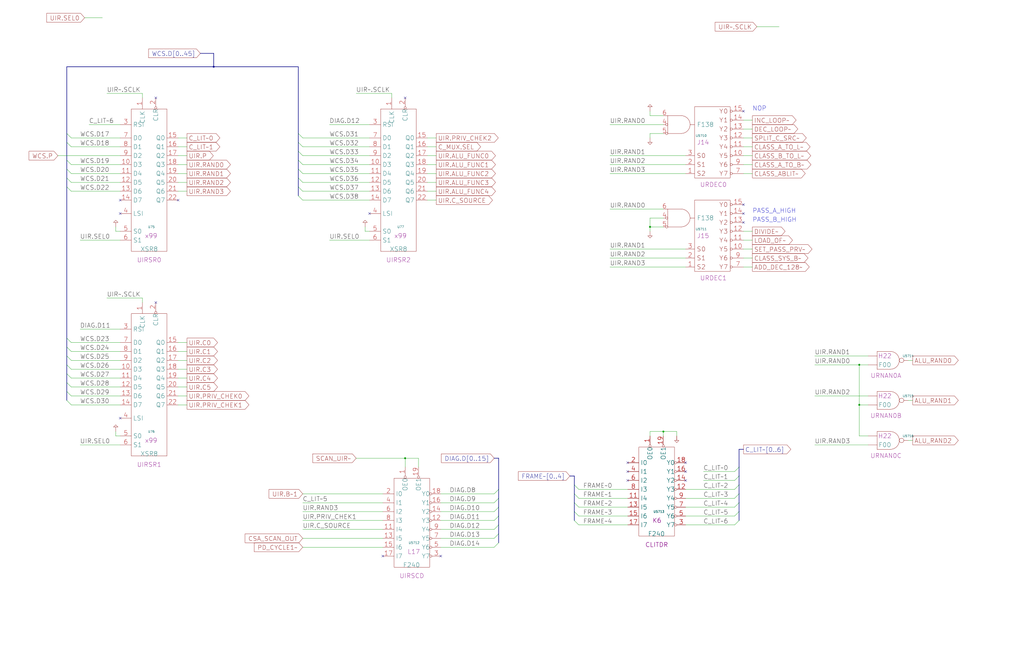
<source format=kicad_sch>
(kicad_sch (version 20230121) (generator eeschema)
  (paper "User" 584.2 378.46)
  (title_block (title "WRITABLE CONTROL STORE\\nMICRO INSTRUCTION REGISTER") (date "15-MAR-90") (rev "1.0") (comment 1 "TYPE") (comment 2 "232-003062") (comment 3 "S400") (comment 4 "RELEASED"))
  (lib_symbols
    (symbol "r1000:F00" (pin_numbers hide) (pin_names hide)
      (property "Reference" "U" (at 15.24 0 0))
      (property "Value" "F00" (at 1.905 -5.08 0))
      (property "Location" "___" (at 1.905 0 0))
      (property "Name" "______" (at 2.54 -12.7 0))
      (symbol "F00_0_1"
        (polyline (pts (xy -2.54 -7.62) (xy 5.08 -7.62)) (stroke (width 0.1524)))
        (polyline (pts (xy -2.54 2.54) (xy -2.54 -7.62)) (stroke (width 0.1524)))
        (polyline (pts (xy -2.54 2.54) (xy 5.08 2.54)) (stroke (width 0.1524)))
        (arc (start 5.08 -7.62) (mid 10.1282 -2.54) (end 5.08 2.54) (stroke (width 0.1524)))
        (circle (center 11.43 -2.54) (radius 1.27) (stroke (width 0.1524)))
      )
      (symbol "F00_0_2"
        (circle (center -3.81 -5.08) (radius 1.27) (stroke (width 0.1524)))
        (circle (center -3.81 0) (radius 1.27) (stroke (width 0.1524)))
        (arc (start -3.175 -7.62) (mid -2.134 -2.54) (end -3.175 2.54) (stroke (width 0.1524)))
        (polyline (pts (xy -3.175 -7.62) (xy 3.81 -7.62)) (stroke (width 0.1524)))
        (polyline (pts (xy -3.175 2.54) (xy 3.81 2.54)) (stroke (width 0.1524)))
        (arc (start 3.81 -7.62) (mid 7.5855 -5.8306) (end 10.16 -2.54) (stroke (width 0.1524)))
        (arc (start 10.16 -2.54) (mid 7.5827 0.7471) (end 3.81 2.54) (stroke (width 0.1524)))
      )
      (symbol "F00_1_1"
        (pin input line (at -7.62 0 0) (length 5.08) (name "D0") (number "1"))
        (pin input line (at -7.62 -5.08 0) (length 5.08) (name "D1") (number "2"))
        (pin output line (at 15.24 -2.54 180) (length 2.54) (name "Q") (number "3"))
      )
      (symbol "F00_1_2"
        (pin input line (at -7.62 0 0) (length 2.54) (name "D0") (number "1"))
        (pin input line (at -7.62 -5.08 0) (length 2.54) (name "D1") (number "2"))
        (pin output line (at 15.24 -2.54 180) (length 5.08) (name "Q") (number "3"))
      )
    )
    (symbol "r1000:F138" (pin_names (offset 1.016) hide)
      (property "Reference" "U" (at 1.27 3.81 0))
      (property "Value" "F138" (at -1.27 10.16 0))
      (property "Location" "___" (at -1.27 0 0))
      (property "Name" "______" (at 8.255 -24.13 0))
      (symbol "F138_0_0"
        (arc (start -10.16 5.08) (mid -6.5679 6.5679) (end -5.08 10.16) (stroke (width 0.1524)))
        (arc (start -5.08 10.16) (mid -6.5679 13.7521) (end -10.16 15.24) (stroke (width 0.1524)))
        (polyline (pts (xy -17.78 5.08) (xy -10.16 5.08)) (stroke (width 0.1524)))
        (polyline (pts (xy -17.78 15.24) (xy -10.16 15.24)) (stroke (width 0.1524)))
      )
      (symbol "F138_0_1"
        (circle (center -18.415 5.08) (radius 0.635) (stroke (width 0.1524)))
        (circle (center -18.415 10.16) (radius 0.635) (stroke (width 0.1524)))
        (rectangle (start -2.54 20.32) (end 17.78 -20.32) (stroke (width 0.1524)))
        (polyline (pts (xy -19.05 15.24) (xy -17.78 15.24)) (stroke (width 0.1524)))
        (polyline (pts (xy -17.78 15.24) (xy -17.78 5.08)) (stroke (width 0.1524)))
        (polyline (pts (xy -2.54 10.16) (xy -5.08 10.16)) (stroke (width 0.1524)))
      )
      (symbol "F138_1_1"
        (circle (center 18.415 -17.78) (radius 0.635))
        (circle (center 18.415 -12.7) (radius 0.635))
        (circle (center 18.415 -7.62) (radius 0.635))
        (circle (center 18.415 -2.54) (radius 0.635))
        (circle (center 18.415 2.54) (radius 0.635))
        (circle (center 18.415 7.62) (radius 0.635))
        (circle (center 18.415 12.7) (radius 0.635))
        (circle (center 18.415 17.78) (radius 0.635))
        (text "0" (at 2.54 -7.62 0) (effects (font (size 2.54 2.54))))
        (text "0" (at 15.24 17.78 0) (effects (font (size 2.54 2.54))))
        (text "1" (at 2.54 -12.7 0) (effects (font (size 2.54 2.54))))
        (text "1" (at 15.24 12.7 0) (effects (font (size 2.54 2.54))))
        (text "2" (at 2.54 -17.78 0) (effects (font (size 2.54 2.54))))
        (text "2" (at 15.24 7.62 0) (effects (font (size 2.54 2.54))))
        (text "3" (at 15.24 2.54 0) (effects (font (size 2.54 2.54))))
        (text "4" (at 15.24 -2.54 0) (effects (font (size 2.54 2.54))))
        (text "5" (at 15.24 -7.62 0) (effects (font (size 2.54 2.54))))
        (text "6" (at 15.24 -12.7 0) (effects (font (size 2.54 2.54))))
        (text "7" (at 15.24 -17.78 0) (effects (font (size 2.54 2.54))))
        (text "S" (at 0 -17.78 0) (effects (font (size 2.54 2.54))))
        (text "S" (at 0 -12.7 0) (effects (font (size 2.54 2.54))))
        (text "S" (at 0 -7.62 0) (effects (font (size 2.54 2.54))))
        (text "Y" (at 12.7 -17.78 0) (effects (font (size 2.54 2.54))))
        (text "Y" (at 12.7 -12.7 0) (effects (font (size 2.54 2.54))))
        (text "Y" (at 12.7 -7.62 0) (effects (font (size 2.54 2.54))))
        (text "Y" (at 12.7 -2.54 0) (effects (font (size 2.54 2.54))))
        (text "Y" (at 12.7 2.54 0) (effects (font (size 2.54 2.54))))
        (text "Y" (at 12.7 7.62 0) (effects (font (size 2.54 2.54))))
        (text "Y" (at 12.7 12.7 0) (effects (font (size 2.54 2.54))))
        (text "Y" (at 12.7 17.78 0) (effects (font (size 2.54 2.54))))
        (pin input line (at -7.62 -17.78 0) (length 5.08) (name "S2") (number "1"))
        (pin output line (at 25.4 -7.62 180) (length 6.35) (name "Y5_") (number "10"))
        (pin output line (at 25.4 -2.54 180) (length 6.35) (name "Y4_") (number "11"))
        (pin output line (at 25.4 2.54 180) (length 6.35) (name "Y3_") (number "12"))
        (pin output line (at 25.4 7.62 180) (length 6.35) (name "Y2_") (number "13"))
        (pin output line (at 25.4 12.7 180) (length 6.35) (name "Y1_") (number "14"))
        (pin output line (at 25.4 17.78 180) (length 6.35) (name "Y0_") (number "15"))
        (pin input line (at -7.62 -12.7 0) (length 5.08) (name "S1") (number "2"))
        (pin input line (at -7.62 -7.62 0) (length 5.08) (name "S0") (number "3"))
        (pin input line (at -20.32 10.16 0) (length 1.27) (name "D1") (number "4"))
        (pin input line (at -20.32 5.08 0) (length 1.27) (name "D2") (number "5"))
        (pin input line (at -20.32 15.24 0) (length 1.27) (name "D0") (number "6"))
        (pin output line (at 25.4 -17.78 180) (length 6.35) (name "Y7_") (number "7"))
        (pin output line (at 25.4 -12.7 180) (length 6.35) (name "Y6_") (number "9"))
      )
    )
    (symbol "r1000:F240" (pin_names (offset 1.016))
      (property "Reference" "U" (at 2.54 5.08 0))
      (property "Value" "F240" (at -3.81 -7.62 0))
      (property "Location" "___" (at -1.27 0 0))
      (property "Name" "______" (at 1.27 -15.24 0))
      (symbol "F240_1_1"
        (rectangle (start -8.89 41.91) (end 11.43 -8.89))
        (circle (center -2.54 42.545) (radius 0.635))
        (circle (center 5.08 42.545) (radius 0.635))
        (circle (center 12.065 -2.54) (radius 0.635))
        (circle (center 12.065 2.54) (radius 0.635))
        (circle (center 12.065 7.62) (radius 0.635))
        (circle (center 12.065 12.7) (radius 0.635))
        (circle (center 12.065 17.78) (radius 0.635))
        (circle (center 12.065 22.86) (radius 0.635))
        (circle (center 12.065 27.94) (radius 0.635))
        (circle (center 12.065 33.02) (radius 0.635))
        (pin input line (at -2.54 48.26 270) (length 5.08) (name "OE0") (number "1"))
        (pin input line (at -15.24 12.7 0) (length 6.35) (name "I4") (number "11"))
        (pin tri_state line (at 17.78 17.78 180) (length 5.08) (name "Y3") (number "12"))
        (pin input line (at -15.24 7.62 0) (length 6.35) (name "I5") (number "13"))
        (pin tri_state line (at 17.78 22.86 180) (length 5.08) (name "Y2") (number "14"))
        (pin input line (at -15.24 2.54 0) (length 6.35) (name "I6") (number "15"))
        (pin tri_state line (at 17.78 27.94 180) (length 5.08) (name "Y1") (number "16"))
        (pin input line (at -15.24 -2.54 0) (length 6.35) (name "I7") (number "17"))
        (pin tri_state line (at 17.78 33.02 180) (length 5.08) (name "Y0") (number "18"))
        (pin input line (at 5.08 48.26 270) (length 5.08) (name "OE1") (number "19"))
        (pin input line (at -15.24 33.02 0) (length 6.35) (name "I0") (number "2"))
        (pin tri_state line (at 17.78 -2.54 180) (length 5.08) (name "Y7") (number "3"))
        (pin input line (at -15.24 27.94 0) (length 6.35) (name "I1") (number "4"))
        (pin tri_state line (at 17.78 2.54 180) (length 5.08) (name "Y6") (number "5"))
        (pin input line (at -15.24 22.86 0) (length 6.35) (name "I2") (number "6"))
        (pin tri_state line (at 17.78 7.62 180) (length 5.08) (name "Y5") (number "7"))
        (pin input line (at -15.24 17.78 0) (length 6.35) (name "I3") (number "8"))
        (pin tri_state line (at 17.78 12.7 180) (length 5.08) (name "Y4") (number "9"))
      )
    )
    (symbol "r1000:PD" (power) (pin_numbers hide) (pin_names hide) (in_bom no)
      (symbol "PD_0_1"
        (polyline (pts (xy 0 -2.54) (xy 1.27 -2.54) (xy 0 -3.81) (xy -1.27 -2.54) (xy 0 -2.54)) (stroke (width 0.1524)))
      )
      (symbol "PD_1_1"
        (pin power_in line (at 0 0 270) (length 2.54) (name "PD") (number "1"))
      )
    )
    (symbol "r1000:PU" (power) (pin_numbers hide) (pin_names hide)
      (symbol "PU_0_1"
        (polyline (pts (xy 0 2.54) (xy -1.27 2.54) (xy 0 3.81) (xy 1.27 2.54) (xy 0 2.54)) (stroke (width 0.1524)))
      )
      (symbol "PU_1_1"
        (pin power_in line (at 0 0 90) (length 2.54) (name "PU") (number "1"))
      )
    )
    (symbol "r1000:XSR8" (pin_names (offset 1.016))
      (property "Reference" "U" (at 2.54 5.08 0))
      (property "Value" "XSR8" (at -3.81 -7.62 0))
      (property "Location" "___" (at -1.27 0 0))
      (property "Name" "______" (at 1.27 -15.24 0))
      (symbol "XSR8_1_1"
        (rectangle (start -8.89 72.39) (end 11.43 -8.89))
        (circle (center 5.08 73.025) (radius 0.635))
        (pin input line (at -2.54 78.74 270) (length 6.35) (name "CLK") (number "1"))
        (pin input line (at -15.24 40.64 0) (length 6.35) (name "D3") (number "10"))
        (pin input line (at -15.24 35.56 0) (length 6.35) (name "D4") (number "11"))
        (pin input line (at -15.24 30.48 0) (length 6.35) (name "D5") (number "12"))
        (pin input line (at -15.24 25.4 0) (length 6.35) (name "D6") (number "13"))
        (pin input line (at -15.24 20.32 0) (length 6.35) (name "D7") (number "14"))
        (pin output line (at 17.78 55.88 180) (length 6.35) (name "Q0") (number "15"))
        (pin output line (at 17.78 50.8 180) (length 6.35) (name "Q1") (number "16"))
        (pin output line (at 17.78 45.72 180) (length 6.35) (name "Q2") (number "17"))
        (pin output line (at 17.78 40.64 180) (length 6.35) (name "Q3") (number "18"))
        (pin output line (at 17.78 35.56 180) (length 6.35) (name "Q4") (number "19"))
        (pin input line (at 5.08 78.74 270) (length 5.08) (name "CLR") (number "2"))
        (pin output line (at 17.78 30.48 180) (length 6.35) (name "Q5") (number "20"))
        (pin output line (at 17.78 25.4 180) (length 6.35) (name "Q6") (number "21"))
        (pin output line (at 17.78 20.32 180) (length 6.35) (name "Q7") (number "22"))
        (pin input line (at -15.24 63.5 0) (length 6.35) (name "RSI") (number "3"))
        (pin input line (at -15.24 12.7 0) (length 6.35) (name "LSI") (number "4"))
        (pin input line (at -15.24 2.54 0) (length 6.35) (name "S0") (number "5"))
        (pin input line (at -15.24 -2.54 0) (length 6.35) (name "S1") (number "6"))
        (pin input line (at -15.24 55.88 0) (length 6.35) (name "D0") (number "7"))
        (pin input line (at -15.24 50.8 0) (length 6.35) (name "D1") (number "8"))
        (pin input line (at -15.24 45.72 0) (length 6.35) (name "D2") (number "9"))
      )
    )
  )
  (junction (at 378.46 246.38))
  (junction (at 490.22 231.14))
  (junction (at 490.22 208.28))
  (junction (at 370.84 129.54))
  (junction (at 231.14 261.62))
  (junction (at 121.92 38.1))
  (no_connect (at 424.18 116.84))
  (no_connect (at 358.14 269.24))
  (no_connect (at 424.18 121.92))
  (no_connect (at 88.9 172.72))
  (no_connect (at 251.46 317.5))
  (no_connect (at 391.16 264.16))
  (no_connect (at 358.14 274.32))
  (no_connect (at 391.16 274.32))
  (no_connect (at 68.58 238.76))
  (no_connect (at 424.18 63.5))
  (no_connect (at 68.58 114.3))
  (no_connect (at 391.16 269.24))
  (no_connect (at 210.82 121.92))
  (no_connect (at 231.14 55.88))
  (no_connect (at 358.14 264.16))
  (no_connect (at 101.6 114.3))
  (no_connect (at 88.9 55.88))
  (no_connect (at 218.44 317.5))
  (no_connect (at 424.18 127))
  (no_connect (at 68.58 121.92))
  (bus_entry (at 421.64 276.86) (size -2.54 2.54))
  (bus_entry (at 170.18 111.76) (size 2.54 2.54))
  (bus_entry (at 38.1 198.12) (size 2.54 2.54))
  (bus_entry (at 38.1 101.6) (size 2.54 2.54))
  (bus_entry (at 38.1 193.04) (size 2.54 2.54))
  (bus_entry (at 327.66 287.02) (size 2.54 2.54))
  (bus_entry (at 38.1 223.52) (size 2.54 2.54))
  (bus_entry (at 284.48 284.48) (size -2.54 2.54))
  (bus_entry (at 38.1 228.6) (size 2.54 2.54))
  (bus_entry (at 327.66 292.1) (size 2.54 2.54))
  (bus_entry (at 170.18 86.36) (size 2.54 2.54))
  (bus_entry (at 327.66 276.86) (size 2.54 2.54))
  (bus_entry (at 38.1 213.36) (size 2.54 2.54))
  (bus_entry (at 38.1 218.44) (size 2.54 2.54))
  (bus_entry (at 421.64 297.18) (size -2.54 2.54))
  (bus_entry (at 170.18 81.28) (size 2.54 2.54))
  (bus_entry (at 38.1 203.2) (size 2.54 2.54))
  (bus_entry (at 421.64 266.7) (size -2.54 2.54))
  (bus_entry (at 421.64 292.1) (size -2.54 2.54))
  (bus_entry (at 327.66 281.94) (size 2.54 2.54))
  (bus_entry (at 38.1 81.28) (size 2.54 2.54))
  (bus_entry (at 170.18 101.6) (size 2.54 2.54))
  (bus_entry (at 327.66 297.18) (size 2.54 2.54))
  (bus_entry (at 284.48 289.56) (size -2.54 2.54))
  (bus_entry (at 284.48 299.72) (size -2.54 2.54))
  (bus_entry (at 170.18 96.52) (size 2.54 2.54))
  (bus_entry (at 170.18 76.2) (size 2.54 2.54))
  (bus_entry (at 421.64 281.94) (size -2.54 2.54))
  (bus_entry (at 284.48 304.8) (size -2.54 2.54))
  (bus_entry (at 284.48 279.4) (size -2.54 2.54))
  (bus_entry (at 38.1 76.2) (size 2.54 2.54))
  (bus_entry (at 421.64 271.78) (size -2.54 2.54))
  (bus_entry (at 170.18 91.44) (size 2.54 2.54))
  (bus_entry (at 284.48 309.88) (size -2.54 2.54))
  (bus_entry (at 170.18 106.68) (size 2.54 2.54))
  (bus_entry (at 38.1 106.68) (size 2.54 2.54))
  (bus_entry (at 38.1 96.52) (size 2.54 2.54))
  (bus_entry (at 38.1 208.28) (size 2.54 2.54))
  (bus_entry (at 421.64 287.02) (size -2.54 2.54))
  (bus_entry (at 284.48 294.64) (size -2.54 2.54))
  (bus_entry (at 38.1 91.44) (size 2.54 2.54))
  (wire (pts (xy 490.22 231.14) (xy 495.3 231.14)))
  (bus (pts (xy 38.1 203.2) (xy 38.1 208.28)))
  (bus (pts (xy 38.1 91.44) (xy 38.1 96.52)))
  (wire (pts (xy 251.46 312.42) (xy 281.94 312.42)))
  (wire (pts (xy 424.18 78.74) (xy 429.26 78.74)))
  (wire (pts (xy 347.98 99.06) (xy 391.16 99.06)))
  (wire (pts (xy 424.18 99.06) (xy 429.26 99.06)))
  (wire (pts (xy 370.84 66.04) (xy 370.84 63.5)))
  (bus (pts (xy 170.18 38.1) (xy 170.18 76.2)))
  (bus (pts (xy 38.1 213.36) (xy 38.1 218.44)))
  (wire (pts (xy 378.46 246.38) (xy 378.46 248.92)))
  (wire (pts (xy 45.72 137.16) (xy 68.58 137.16)))
  (wire (pts (xy 208.28 129.54) (xy 208.28 132.08)))
  (wire (pts (xy 40.64 109.22) (xy 68.58 109.22)))
  (wire (pts (xy 518.16 251.46) (xy 520.7 251.46)))
  (bus (pts (xy 38.1 218.44) (xy 38.1 223.52)))
  (bus (pts (xy 327.66 281.94) (xy 327.66 287.02)))
  (wire (pts (xy 66.04 248.92) (xy 68.58 248.92)))
  (wire (pts (xy 370.84 124.46) (xy 370.84 129.54)))
  (wire (pts (xy 251.46 302.26) (xy 281.94 302.26)))
  (bus (pts (xy 38.1 223.52) (xy 38.1 228.6)))
  (wire (pts (xy 187.96 137.16) (xy 210.82 137.16)))
  (wire (pts (xy 187.96 71.12) (xy 210.82 71.12)))
  (bus (pts (xy 38.1 76.2) (xy 38.1 81.28)))
  (bus (pts (xy 38.1 101.6) (xy 38.1 106.68)))
  (wire (pts (xy 424.18 132.08) (xy 429.26 132.08)))
  (wire (pts (xy 172.72 287.02) (xy 218.44 287.02)))
  (bus (pts (xy 38.1 38.1) (xy 121.92 38.1)))
  (bus (pts (xy 38.1 198.12) (xy 38.1 203.2)))
  (wire (pts (xy 251.46 287.02) (xy 281.94 287.02)))
  (wire (pts (xy 203.2 53.34) (xy 223.52 53.34)))
  (wire (pts (xy 518.16 228.6) (xy 520.7 228.6)))
  (wire (pts (xy 386.08 248.92) (xy 386.08 246.38)))
  (wire (pts (xy 172.72 297.18) (xy 218.44 297.18)))
  (wire (pts (xy 172.72 83.82) (xy 210.82 83.82)))
  (wire (pts (xy 101.6 200.66) (xy 106.68 200.66)))
  (wire (pts (xy 66.04 246.38) (xy 66.04 248.92)))
  (bus (pts (xy 284.48 299.72) (xy 284.48 304.8)))
  (wire (pts (xy 172.72 281.94) (xy 218.44 281.94)))
  (bus (pts (xy 170.18 106.68) (xy 170.18 111.76)))
  (bus (pts (xy 121.92 38.1) (xy 170.18 38.1)))
  (bus (pts (xy 421.64 281.94) (xy 421.64 287.02)))
  (wire (pts (xy 424.18 137.16) (xy 429.26 137.16)))
  (bus (pts (xy 284.48 289.56) (xy 284.48 294.64)))
  (wire (pts (xy 243.84 99.06) (xy 248.92 99.06)))
  (wire (pts (xy 391.16 289.56) (xy 419.1 289.56)))
  (wire (pts (xy 101.6 99.06) (xy 106.68 99.06)))
  (wire (pts (xy 378.46 66.04) (xy 370.84 66.04)))
  (bus (pts (xy 327.66 271.78) (xy 327.66 276.86)))
  (wire (pts (xy 45.72 187.96) (xy 68.58 187.96)))
  (wire (pts (xy 40.64 99.06) (xy 68.58 99.06)))
  (bus (pts (xy 170.18 96.52) (xy 170.18 101.6)))
  (bus (pts (xy 421.64 271.78) (xy 421.64 276.86)))
  (wire (pts (xy 330.2 294.64) (xy 358.14 294.64)))
  (wire (pts (xy 172.72 109.22) (xy 210.82 109.22)))
  (wire (pts (xy 386.08 246.38) (xy 378.46 246.38)))
  (wire (pts (xy 490.22 231.14) (xy 490.22 208.28)))
  (wire (pts (xy 60.96 53.34) (xy 81.28 53.34)))
  (wire (pts (xy 101.6 215.9) (xy 106.68 215.9)))
  (wire (pts (xy 172.72 307.34) (xy 218.44 307.34)))
  (wire (pts (xy 251.46 307.34) (xy 281.94 307.34)))
  (wire (pts (xy 401.32 274.32) (xy 419.1 274.32)))
  (bus (pts (xy 284.48 279.4) (xy 284.48 284.48)))
  (wire (pts (xy 424.18 142.24) (xy 429.26 142.24)))
  (wire (pts (xy 40.64 205.74) (xy 68.58 205.74)))
  (wire (pts (xy 231.14 261.62) (xy 231.14 266.7)))
  (wire (pts (xy 66.04 132.08) (xy 68.58 132.08)))
  (wire (pts (xy 330.2 289.56) (xy 358.14 289.56)))
  (bus (pts (xy 421.64 256.54) (xy 424.18 256.54)))
  (wire (pts (xy 81.28 53.34) (xy 81.28 55.88)))
  (wire (pts (xy 431.8 15.24) (xy 444.5 15.24)))
  (wire (pts (xy 370.84 246.38) (xy 378.46 246.38)))
  (wire (pts (xy 464.82 226.06) (xy 495.3 226.06)))
  (wire (pts (xy 101.6 226.06) (xy 106.68 226.06)))
  (wire (pts (xy 172.72 99.06) (xy 210.82 99.06)))
  (wire (pts (xy 347.98 119.38) (xy 378.46 119.38)))
  (bus (pts (xy 121.92 30.48) (xy 121.92 38.1)))
  (wire (pts (xy 490.22 208.28) (xy 495.3 208.28)))
  (bus (pts (xy 170.18 86.36) (xy 170.18 91.44)))
  (wire (pts (xy 347.98 88.9) (xy 391.16 88.9)))
  (bus (pts (xy 284.48 261.62) (xy 284.48 279.4)))
  (bus (pts (xy 421.64 256.54) (xy 421.64 266.7)))
  (wire (pts (xy 40.64 231.14) (xy 68.58 231.14)))
  (wire (pts (xy 424.18 147.32) (xy 429.26 147.32)))
  (bus (pts (xy 421.64 287.02) (xy 421.64 292.1)))
  (wire (pts (xy 401.32 269.24) (xy 419.1 269.24)))
  (wire (pts (xy 172.72 302.26) (xy 218.44 302.26)))
  (wire (pts (xy 40.64 104.14) (xy 68.58 104.14)))
  (wire (pts (xy 495.3 248.92) (xy 490.22 248.92)))
  (bus (pts (xy 325.12 271.78) (xy 327.66 271.78)))
  (bus (pts (xy 38.1 96.52) (xy 38.1 101.6)))
  (wire (pts (xy 40.64 93.98) (xy 68.58 93.98)))
  (bus (pts (xy 170.18 76.2) (xy 170.18 81.28)))
  (wire (pts (xy 347.98 147.32) (xy 391.16 147.32)))
  (bus (pts (xy 284.48 304.8) (xy 284.48 309.88)))
  (wire (pts (xy 347.98 93.98) (xy 391.16 93.98)))
  (wire (pts (xy 518.16 205.74) (xy 520.7 205.74)))
  (bus (pts (xy 170.18 81.28) (xy 170.18 86.36)))
  (wire (pts (xy 66.04 129.54) (xy 66.04 132.08)))
  (wire (pts (xy 330.2 284.48) (xy 358.14 284.48)))
  (wire (pts (xy 238.76 261.62) (xy 231.14 261.62)))
  (bus (pts (xy 281.94 261.62) (xy 284.48 261.62)))
  (wire (pts (xy 40.64 220.98) (xy 68.58 220.98)))
  (wire (pts (xy 40.64 226.06) (xy 68.58 226.06)))
  (bus (pts (xy 170.18 101.6) (xy 170.18 106.68)))
  (wire (pts (xy 101.6 104.14) (xy 106.68 104.14)))
  (wire (pts (xy 40.64 215.9) (xy 68.58 215.9)))
  (wire (pts (xy 101.6 195.58) (xy 106.68 195.58)))
  (bus (pts (xy 114.3 30.48) (xy 121.92 30.48)))
  (wire (pts (xy 251.46 297.18) (xy 281.94 297.18)))
  (wire (pts (xy 243.84 78.74) (xy 248.92 78.74)))
  (bus (pts (xy 38.1 81.28) (xy 38.1 91.44)))
  (wire (pts (xy 330.2 299.72) (xy 358.14 299.72)))
  (wire (pts (xy 391.16 299.72) (xy 419.1 299.72)))
  (wire (pts (xy 347.98 142.24) (xy 391.16 142.24)))
  (wire (pts (xy 101.6 210.82) (xy 106.68 210.82)))
  (wire (pts (xy 81.28 170.18) (xy 81.28 172.72)))
  (wire (pts (xy 391.16 279.4) (xy 419.1 279.4)))
  (bus (pts (xy 421.64 292.1) (xy 421.64 297.18)))
  (wire (pts (xy 424.18 93.98) (xy 429.26 93.98)))
  (wire (pts (xy 251.46 281.94) (xy 281.94 281.94)))
  (bus (pts (xy 170.18 91.44) (xy 170.18 96.52)))
  (wire (pts (xy 172.72 88.9) (xy 210.82 88.9)))
  (wire (pts (xy 223.52 53.34) (xy 223.52 55.88)))
  (wire (pts (xy 330.2 279.4) (xy 358.14 279.4)))
  (wire (pts (xy 172.72 78.74) (xy 210.82 78.74)))
  (wire (pts (xy 40.64 210.82) (xy 68.58 210.82)))
  (wire (pts (xy 391.16 284.48) (xy 419.1 284.48)))
  (wire (pts (xy 424.18 152.4) (xy 429.26 152.4)))
  (wire (pts (xy 172.72 93.98) (xy 210.82 93.98)))
  (wire (pts (xy 172.72 114.3) (xy 210.82 114.3)))
  (wire (pts (xy 464.82 254) (xy 495.3 254)))
  (bus (pts (xy 38.1 38.1) (xy 38.1 76.2)))
  (wire (pts (xy 424.18 88.9) (xy 429.26 88.9)))
  (bus (pts (xy 38.1 193.04) (xy 38.1 198.12)))
  (wire (pts (xy 101.6 231.14) (xy 106.68 231.14)))
  (wire (pts (xy 424.18 68.58) (xy 429.26 68.58)))
  (wire (pts (xy 347.98 152.4) (xy 391.16 152.4)))
  (bus (pts (xy 327.66 276.86) (xy 327.66 281.94)))
  (wire (pts (xy 424.18 73.66) (xy 429.26 73.66)))
  (wire (pts (xy 378.46 124.46) (xy 370.84 124.46)))
  (wire (pts (xy 347.98 71.12) (xy 378.46 71.12)))
  (bus (pts (xy 421.64 276.86) (xy 421.64 281.94)))
  (wire (pts (xy 172.72 292.1) (xy 218.44 292.1)))
  (wire (pts (xy 424.18 83.82) (xy 429.26 83.82)))
  (wire (pts (xy 490.22 248.92) (xy 490.22 231.14)))
  (wire (pts (xy 243.84 114.3) (xy 248.92 114.3)))
  (wire (pts (xy 60.96 170.18) (xy 81.28 170.18)))
  (bus (pts (xy 38.1 208.28) (xy 38.1 213.36)))
  (wire (pts (xy 243.84 109.22) (xy 248.92 109.22)))
  (wire (pts (xy 50.8 71.12) (xy 68.58 71.12)))
  (wire (pts (xy 40.64 83.82) (xy 68.58 83.82)))
  (wire (pts (xy 48.26 10.16) (xy 58.42 10.16)))
  (bus (pts (xy 421.64 266.7) (xy 421.64 271.78)))
  (wire (pts (xy 101.6 83.82) (xy 106.68 83.82)))
  (wire (pts (xy 378.46 76.2) (xy 370.84 76.2)))
  (wire (pts (xy 208.28 132.08) (xy 210.82 132.08)))
  (wire (pts (xy 243.84 83.82) (xy 248.92 83.82)))
  (wire (pts (xy 101.6 93.98) (xy 106.68 93.98)))
  (wire (pts (xy 370.84 246.38) (xy 370.84 248.92)))
  (wire (pts (xy 243.84 88.9) (xy 248.92 88.9)))
  (wire (pts (xy 101.6 220.98) (xy 106.68 220.98)))
  (wire (pts (xy 251.46 292.1) (xy 281.94 292.1)))
  (wire (pts (xy 238.76 266.7) (xy 238.76 261.62)))
  (wire (pts (xy 40.64 200.66) (xy 68.58 200.66)))
  (wire (pts (xy 40.64 195.58) (xy 68.58 195.58)))
  (wire (pts (xy 231.14 261.62) (xy 203.2 261.62)))
  (wire (pts (xy 464.82 208.28) (xy 490.22 208.28)))
  (wire (pts (xy 101.6 88.9) (xy 106.68 88.9)))
  (wire (pts (xy 370.84 129.54) (xy 378.46 129.54)))
  (wire (pts (xy 243.84 104.14) (xy 248.92 104.14)))
  (wire (pts (xy 33.02 88.9) (xy 68.58 88.9)))
  (wire (pts (xy 172.72 104.14) (xy 210.82 104.14)))
  (wire (pts (xy 101.6 78.74) (xy 106.68 78.74)))
  (bus (pts (xy 327.66 287.02) (xy 327.66 292.1)))
  (wire (pts (xy 391.16 294.64) (xy 419.1 294.64)))
  (wire (pts (xy 464.82 203.2) (xy 495.3 203.2)))
  (wire (pts (xy 370.84 129.54) (xy 370.84 132.08)))
  (wire (pts (xy 243.84 93.98) (xy 248.92 93.98)))
  (bus (pts (xy 284.48 284.48) (xy 284.48 289.56)))
  (wire (pts (xy 172.72 312.42) (xy 218.44 312.42)))
  (wire (pts (xy 45.72 254) (xy 68.58 254)))
  (bus (pts (xy 327.66 292.1) (xy 327.66 297.18)))
  (wire (pts (xy 101.6 205.74) (xy 106.68 205.74)))
  (bus (pts (xy 284.48 294.64) (xy 284.48 299.72)))
  (bus (pts (xy 38.1 106.68) (xy 38.1 193.04)))
  (wire (pts (xy 101.6 109.22) (xy 106.68 109.22)))
  (wire (pts (xy 370.84 76.2) (xy 370.84 78.74)))
  (wire (pts (xy 40.64 78.74) (xy 68.58 78.74)))
  (text "NOP" (at 429.26 63.5 0) (effects (font (size 2.54 2.54)) (justify left bottom)))
  (text "PASS_B_HIGH" (at 429.26 127 0) (effects (font (size 2.54 2.54)) (justify left bottom)))
  (text "PASS_A_HIGH" (at 429.26 121.92 0) (effects (font (size 2.54 2.54)) (justify left bottom)))
  (label "WCS.D24" (at 45.72 200.66 0) (effects (font (size 2.54 2.54))))
  (label "UIR.RAND0" (at 464.82 208.28 0) (effects (font (size 2.54 2.54))))
  (label "WCS.D26" (at 45.72 210.82 0) (effects (font (size 2.54 2.54))))
  (label "WCS.D18" (at 45.72 83.82 0) (effects (font (size 2.54 2.54))))
  (label "UIR.RAND1" (at 347.98 142.24 0) (effects (font (size 2.54 2.54))))
  (label "UIR.C_SOURCE" (at 172.72 302.26 0) (effects (font (size 2.54 2.54))))
  (label "WCS.D35" (at 187.96 99.06 0) (effects (font (size 2.54 2.54))))
  (label "DIAG.D11" (at 256.54 297.18 0) (effects (font (size 2.54 2.54))))
  (label "DIAG.D8" (at 256.54 281.94 0) (effects (font (size 2.54 2.54))))
  (label "WCS.D21" (at 45.72 104.14 0) (effects (font (size 2.54 2.54))))
  (label "C_LIT~2" (at 401.32 279.4 0) (effects (font (size 2.54 2.54))))
  (label "FRAME~4" (at 332.74 299.72 0) (effects (font (size 2.54 2.54))))
  (label "WCS.D30" (at 45.72 231.14 0) (effects (font (size 2.54 2.54))))
  (label "C_LIT~1" (at 401.32 274.32 0) (effects (font (size 2.54 2.54))))
  (label "FRAME~1" (at 332.74 284.48 0) (effects (font (size 2.54 2.54))))
  (label "C_LIT~6" (at 50.8 71.12 0) (effects (font (size 2.54 2.54))))
  (label "UIR.PRIV_CHEK1" (at 172.72 297.18 0) (effects (font (size 2.54 2.54))))
  (label "DIAG.D10" (at 256.54 292.1 0) (effects (font (size 2.54 2.54))))
  (label "C_LIT~5" (at 401.32 294.64 0) (effects (font (size 2.54 2.54))))
  (label "C_LIT~6" (at 401.32 299.72 0) (effects (font (size 2.54 2.54))))
  (label "C_LIT~4" (at 401.32 289.56 0) (effects (font (size 2.54 2.54))))
  (label "UIR.RAND0" (at 347.98 71.12 0) (effects (font (size 2.54 2.54))))
  (label "WCS.D38" (at 187.96 114.3 0) (effects (font (size 2.54 2.54))))
  (label "WCS.D31" (at 187.96 78.74 0) (effects (font (size 2.54 2.54))))
  (label "UIR.RAND1" (at 347.98 88.9 0) (effects (font (size 2.54 2.54))))
  (label "DIAG.D12" (at 256.54 302.26 0) (effects (font (size 2.54 2.54))))
  (label "UIR.RAND3" (at 347.98 99.06 0) (effects (font (size 2.54 2.54))))
  (label "WCS.D20" (at 45.72 99.06 0) (effects (font (size 2.54 2.54))))
  (label "WCS.D32" (at 187.96 83.82 0) (effects (font (size 2.54 2.54))))
  (label "WCS.D37" (at 187.96 109.22 0) (effects (font (size 2.54 2.54))))
  (label "UIR.SEL0" (at 45.72 137.16 0) (effects (font (size 2.54 2.54))))
  (label "WCS.D27" (at 45.72 215.9 0) (effects (font (size 2.54 2.54))))
  (label "UIR.RAND2" (at 464.82 226.06 0) (effects (font (size 2.54 2.54))))
  (label "WCS.D34" (at 187.96 93.98 0) (effects (font (size 2.54 2.54))))
  (label "WCS.D33" (at 187.96 88.9 0) (effects (font (size 2.54 2.54))))
  (label "WCS.D19" (at 45.72 93.98 0) (effects (font (size 2.54 2.54))))
  (label "WCS.D28" (at 45.72 220.98 0) (effects (font (size 2.54 2.54))))
  (label "UIR.RAND3" (at 172.72 292.1 0) (effects (font (size 2.54 2.54))))
  (label "DIAG.D12" (at 187.96 71.12 0) (effects (font (size 2.54 2.54))))
  (label "UIR.RAND1" (at 464.82 203.2 0) (effects (font (size 2.54 2.54))))
  (label "DIAG.D13" (at 256.54 307.34 0) (effects (font (size 2.54 2.54))))
  (label "UIR.RAND3" (at 464.82 254 0) (effects (font (size 2.54 2.54))))
  (label "FRAME~0" (at 332.74 279.4 0) (effects (font (size 2.54 2.54))))
  (label "DIAG.D9" (at 256.54 287.02 0) (effects (font (size 2.54 2.54))))
  (label "WCS.D25" (at 45.72 205.74 0) (effects (font (size 2.54 2.54))))
  (label "DIAG.D11" (at 45.72 187.96 0) (effects (font (size 2.54 2.54))))
  (label "WCS.D17" (at 45.72 78.74 0) (effects (font (size 2.54 2.54))))
  (label "C_LIT~3" (at 401.32 284.48 0) (effects (font (size 2.54 2.54))))
  (label "UIR.RAND0" (at 347.98 119.38 0) (effects (font (size 2.54 2.54))))
  (label "UIR.SEL0" (at 187.96 137.16 0) (effects (font (size 2.54 2.54))))
  (label "WCS.D36" (at 187.96 104.14 0) (effects (font (size 2.54 2.54))))
  (label "FRAME~3" (at 332.74 294.64 0) (effects (font (size 2.54 2.54))))
  (label "UIR.SEL0" (at 45.72 254 0) (effects (font (size 2.54 2.54))))
  (label "UIR.RAND2" (at 347.98 93.98 0) (effects (font (size 2.54 2.54))))
  (label "WCS.D29" (at 45.72 226.06 0) (effects (font (size 2.54 2.54))))
  (label "UIR~.SCLK" (at 60.96 170.18 0) (effects (font (size 2.54 2.54))))
  (label "UIR.RAND3" (at 347.98 152.4 0) (effects (font (size 2.54 2.54))))
  (label "DIAG.D14" (at 256.54 312.42 0) (effects (font (size 2.54 2.54))))
  (label "C_LIT~0" (at 401.32 269.24 0) (effects (font (size 2.54 2.54))))
  (label "WCS.D23" (at 45.72 195.58 0) (effects (font (size 2.54 2.54))))
  (label "UIR.RAND2" (at 347.98 147.32 0) (effects (font (size 2.54 2.54))))
  (label "UIR~.SCLK" (at 60.96 53.34 0) (effects (font (size 2.54 2.54))))
  (label "UIR~.SCLK" (at 203.2 53.34 0) (effects (font (size 2.54 2.54))))
  (label "FRAME~2" (at 332.74 289.56 0) (effects (font (size 2.54 2.54))))
  (label "WCS.D22" (at 45.72 109.22 0) (effects (font (size 2.54 2.54))))
  (label "C_LIT~5" (at 172.72 287.02 0) (effects (font (size 2.54 2.54))))
  (global_label "SPLIT_C_SRC~" (shape output) (at 429.26 78.74 0) (effects (font (size 2.54 2.54))) (property "Intersheetrefs" "${INTERSHEET_REFS}" (at 459.9698 78.5813 0) (effects (font (size 1.905 1.905)) (justify left))))
  (global_label "C_LIT~[0..6]" (shape output) (at 424.18 256.54 0) (effects (font (size 2.54 2.54))) (property "Intersheetrefs" "${INTERSHEET_REFS}" (at 451.1403 256.3813 0) (effects (font (size 1.905 1.905)) (justify left))))
  (global_label "UIR.C_SOURCE" (shape output) (at 248.92 114.3 0) (effects (font (size 2.54 2.54))) (property "Intersheetrefs" "${INTERSHEET_REFS}" (at 280.9603 114.1413 0) (effects (font (size 1.905 1.905)) (justify left))))
  (global_label "UIR.RAND0" (shape output) (at 106.68 93.98 0) (effects (font (size 2.54 2.54))) (property "Intersheetrefs" "${INTERSHEET_REFS}" (at 131.4631 93.8213 0) (effects (font (size 1.905 1.905)) (justify left))))
  (global_label "UIR.ALU_FUNC2" (shape output) (at 248.92 99.06 0) (effects (font (size 2.54 2.54))) (property "Intersheetrefs" "${INTERSHEET_REFS}" (at 282.6536 98.9013 0) (effects (font (size 1.905 1.905)) (justify left))))
  (global_label "UIR.ALU_FUNC4" (shape output) (at 248.92 109.22 0) (effects (font (size 2.54 2.54))) (property "Intersheetrefs" "${INTERSHEET_REFS}" (at 282.6536 109.0613 0) (effects (font (size 1.905 1.905)) (justify left))))
  (global_label "UIR.C2" (shape output) (at 106.68 205.74 0) (effects (font (size 2.54 2.54))) (property "Intersheetrefs" "${INTERSHEET_REFS}" (at 124.085 205.5813 0) (effects (font (size 1.905 1.905)) (justify left))))
  (global_label "DEC_LOOP~" (shape output) (at 429.26 73.66 0) (effects (font (size 2.54 2.54))) (property "Intersheetrefs" "${INTERSHEET_REFS}" (at 455.1317 73.5013 0) (effects (font (size 1.905 1.905)) (justify left))))
  (global_label "UIR.C4" (shape output) (at 106.68 215.9 0) (effects (font (size 2.54 2.54))) (property "Intersheetrefs" "${INTERSHEET_REFS}" (at 124.085 215.7413 0) (effects (font (size 1.905 1.905)) (justify left))))
  (global_label "C_LIT~1" (shape output) (at 106.68 83.82 0) (effects (font (size 2.54 2.54))) (property "Intersheetrefs" "${INTERSHEET_REFS}" (at 125.4155 83.6613 0) (effects (font (size 1.905 1.905)) (justify left))))
  (global_label "CLASS_B_TO_L~" (shape output) (at 429.26 88.9 0) (effects (font (size 2.54 2.54))) (property "Intersheetrefs" "${INTERSHEET_REFS}" (at 462.5098 88.7413 0) (effects (font (size 1.905 1.905)) (justify left))))
  (global_label "UIR.P" (shape output) (at 106.68 88.9 0) (effects (font (size 2.54 2.54))) (property "Intersheetrefs" "${INTERSHEET_REFS}" (at 121.666 88.7413 0) (effects (font (size 1.905 1.905)) (justify left))))
  (global_label "UIR.C5" (shape output) (at 106.68 220.98 0) (effects (font (size 2.54 2.54))) (property "Intersheetrefs" "${INTERSHEET_REFS}" (at 124.085 220.8213 0) (effects (font (size 1.905 1.905)) (justify left))))
  (global_label "UIR.PRIV_CHEK1" (shape output) (at 106.68 231.14 0) (effects (font (size 2.54 2.54))) (property "Intersheetrefs" "${INTERSHEET_REFS}" (at 141.986 230.9813 0) (effects (font (size 1.905 1.905)) (justify left))))
  (global_label "FRAME~[0..4]" (shape input) (at 325.12 271.78 180) (effects (font (size 2.54 2.54))) (property "Intersheetrefs" "${INTERSHEET_REFS}" (at 295.7407 271.6213 0) (effects (font (size 1.905 1.905)) (justify right))))
  (global_label "UIR.ALU_FUNC3" (shape output) (at 248.92 104.14 0) (effects (font (size 2.54 2.54))) (property "Intersheetrefs" "${INTERSHEET_REFS}" (at 282.6536 103.9813 0) (effects (font (size 1.905 1.905)) (justify left))))
  (global_label "ALU_RAND0" (shape output) (at 520.7 205.74 0) (effects (font (size 2.54 2.54))) (property "Intersheetrefs" "${INTERSHEET_REFS}" (at 546.6927 205.5813 0) (effects (font (size 1.905 1.905)) (justify left))))
  (global_label "PD_CYCLE1~" (shape input) (at 172.72 312.42 180) (effects (font (size 2.54 2.54))) (property "Intersheetrefs" "${INTERSHEET_REFS}" (at 145.034 312.2613 0) (effects (font (size 1.905 1.905)) (justify right))))
  (global_label "SCAN_UIR~" (shape input) (at 203.2 261.62 180) (effects (font (size 2.54 2.54))) (property "Intersheetrefs" "${INTERSHEET_REFS}" (at 178.4169 261.4613 0) (effects (font (size 1.905 1.905)) (justify right))))
  (global_label "UIR.C3" (shape output) (at 106.68 210.82 0) (effects (font (size 2.54 2.54))) (property "Intersheetrefs" "${INTERSHEET_REFS}" (at 124.085 210.6613 0) (effects (font (size 1.905 1.905)) (justify left))))
  (global_label "WCS.D[0..45]" (shape input) (at 114.3 30.48 180) (effects (font (size 2.54 2.54))) (property "Intersheetrefs" "${INTERSHEET_REFS}" (at 84.1331 30.48 0) (effects (font (size 1.905 1.905)) (justify right))))
  (global_label "WCS.P" (shape input) (at 33.02 88.9 180) (effects (font (size 2.54 2.54))) (property "Intersheetrefs" "${INTERSHEET_REFS}" (at 16.5826 88.7413 0) (effects (font (size 1.905 1.905)) (justify right))))
  (global_label "CSA_SCAN_OUT" (shape input) (at 172.72 307.34 180) (effects (font (size 2.54 2.54))) (property "Intersheetrefs" "${INTERSHEET_REFS}" (at 139.833 307.1813 0) (effects (font (size 1.905 1.905)) (justify right))))
  (global_label "CLASS_ABLIT~" (shape output) (at 429.26 99.06 0) (effects (font (size 2.54 2.54))) (property "Intersheetrefs" "${INTERSHEET_REFS}" (at 459.365 98.9013 0) (effects (font (size 1.905 1.905)) (justify left))))
  (global_label "UIR.RAND3" (shape output) (at 106.68 109.22 0) (effects (font (size 2.54 2.54))) (property "Intersheetrefs" "${INTERSHEET_REFS}" (at 131.4631 109.0613 0) (effects (font (size 1.905 1.905)) (justify left))))
  (global_label "UIR.PRIV_CHEK2" (shape output) (at 248.92 78.74 0) (effects (font (size 2.54 2.54))) (property "Intersheetrefs" "${INTERSHEET_REFS}" (at 284.226 78.5813 0) (effects (font (size 1.905 1.905)) (justify left))))
  (global_label "SET_PASS_PRV~" (shape output) (at 429.26 142.24 0) (effects (font (size 2.54 2.54))) (property "Intersheetrefs" "${INTERSHEET_REFS}" (at 463.2355 142.0813 0) (effects (font (size 1.905 1.905)) (justify left))))
  (global_label "CLASS_A_TO_L~" (shape output) (at 429.26 83.82 0) (effects (font (size 2.54 2.54))) (property "Intersheetrefs" "${INTERSHEET_REFS}" (at 462.147 83.6613 0) (effects (font (size 1.905 1.905)) (justify left))))
  (global_label "UIR.ALU_FUNC1" (shape output) (at 248.92 93.98 0) (effects (font (size 2.54 2.54))) (property "Intersheetrefs" "${INTERSHEET_REFS}" (at 282.6536 93.8213 0) (effects (font (size 1.905 1.905)) (justify left))))
  (global_label "ADD_DEC_128~" (shape output) (at 429.26 152.4 0) (effects (font (size 2.54 2.54))) (property "Intersheetrefs" "${INTERSHEET_REFS}" (at 461.6631 152.2413 0) (effects (font (size 1.905 1.905)) (justify left))))
  (global_label "UIR.RAND1" (shape output) (at 106.68 99.06 0) (effects (font (size 2.54 2.54))) (property "Intersheetrefs" "${INTERSHEET_REFS}" (at 131.4631 98.9013 0) (effects (font (size 1.905 1.905)) (justify left))))
  (global_label "CLASS_SYS_B~" (shape output) (at 429.26 147.32 0) (effects (font (size 2.54 2.54))) (property "Intersheetrefs" "${INTERSHEET_REFS}" (at 460.9374 147.1613 0) (effects (font (size 1.905 1.905)) (justify left))))
  (global_label "UIR.PRIV_CHEK0" (shape output) (at 106.68 226.06 0) (effects (font (size 2.54 2.54))) (property "Intersheetrefs" "${INTERSHEET_REFS}" (at 141.986 225.9013 0) (effects (font (size 1.905 1.905)) (justify left))))
  (global_label "ALU_RAND1" (shape output) (at 520.7 228.6 0) (effects (font (size 2.54 2.54))) (property "Intersheetrefs" "${INTERSHEET_REFS}" (at 546.6927 228.4413 0) (effects (font (size 1.905 1.905)) (justify left))))
  (global_label "UIR.RAND2" (shape output) (at 106.68 104.14 0) (effects (font (size 2.54 2.54))) (property "Intersheetrefs" "${INTERSHEET_REFS}" (at 131.4631 103.9813 0) (effects (font (size 1.905 1.905)) (justify left))))
  (global_label "LOAD_OF~" (shape output) (at 429.26 137.16 0) (effects (font (size 2.54 2.54))) (property "Intersheetrefs" "${INTERSHEET_REFS}" (at 452.1079 137.0013 0) (effects (font (size 1.905 1.905)) (justify left))))
  (global_label "CLASS_A_TO_B~" (shape output) (at 429.26 93.98 0) (effects (font (size 2.54 2.54))) (property "Intersheetrefs" "${INTERSHEET_REFS}" (at 462.6308 93.8213 0) (effects (font (size 1.905 1.905)) (justify left))))
  (global_label "UIR~.SCLK" (shape input) (at 431.8 15.24 180) (effects (font (size 2.54 2.54))) (property "Intersheetrefs" "${INTERSHEET_REFS}" (at 407.3176 15.24 0) (effects (font (size 1.905 1.905)) (justify right))))
  (global_label "UIR.C0" (shape output) (at 106.68 195.58 0) (effects (font (size 2.54 2.54))) (property "Intersheetrefs" "${INTERSHEET_REFS}" (at 124.085 195.4213 0) (effects (font (size 1.905 1.905)) (justify left))))
  (global_label "DIVIDE~" (shape output) (at 429.26 132.08 0) (effects (font (size 2.54 2.54))) (property "Intersheetrefs" "${INTERSHEET_REFS}" (at 447.8746 131.9213 0) (effects (font (size 1.905 1.905)) (justify left))))
  (global_label "UIR.B~1" (shape input) (at 172.72 281.94 180) (effects (font (size 2.54 2.54))) (property "Intersheetrefs" "${INTERSHEET_REFS}" (at 153.5007 281.7813 0) (effects (font (size 1.905 1.905)) (justify right))))
  (global_label "C_MUX.SEL" (shape output) (at 248.92 83.82 0) (effects (font (size 2.54 2.54))) (property "Intersheetrefs" "${INTERSHEET_REFS}" (at 274.187 83.6613 0) (effects (font (size 1.905 1.905)) (justify left))))
  (global_label "UIR.ALU_FUNC0" (shape output) (at 248.92 88.9 0) (effects (font (size 2.54 2.54))) (property "Intersheetrefs" "${INTERSHEET_REFS}" (at 282.6536 88.7413 0) (effects (font (size 1.905 1.905)) (justify left))))
  (global_label "DIAG.D[0..15]" (shape input) (at 281.94 261.62 180) (effects (font (size 2.54 2.54))) (property "Intersheetrefs" "${INTERSHEET_REFS}" (at 251.1684 261.62 0) (effects (font (size 1.905 1.905)) (justify right))))
  (global_label "ALU_RAND2" (shape output) (at 520.7 251.46 0) (effects (font (size 2.54 2.54))) (property "Intersheetrefs" "${INTERSHEET_REFS}" (at 546.6927 251.3013 0) (effects (font (size 1.905 1.905)) (justify left))))
  (global_label "C_LIT~0" (shape output) (at 106.68 78.74 0) (effects (font (size 2.54 2.54))) (property "Intersheetrefs" "${INTERSHEET_REFS}" (at 125.4155 78.5813 0) (effects (font (size 1.905 1.905)) (justify left))))
  (global_label "INC_LOOP~" (shape output) (at 429.26 68.58 0) (effects (font (size 2.54 2.54))) (property "Intersheetrefs" "${INTERSHEET_REFS}" (at 454.1641 68.4213 0) (effects (font (size 1.905 1.905)) (justify left))))
  (global_label "UIR.SEL0" (shape input) (at 48.26 10.16 180) (effects (font (size 2.54 2.54))) (property "Intersheetrefs" "${INTERSHEET_REFS}" (at 26.6216 10.0013 0) (effects (font (size 1.905 1.905)) (justify right))))
  (global_label "UIR.C1" (shape output) (at 106.68 200.66 0) (effects (font (size 2.54 2.54))) (property "Intersheetrefs" "${INTERSHEET_REFS}" (at 124.085 200.5013 0) (effects (font (size 1.905 1.905)) (justify left))))
  (symbol (lib_id "r1000:XSR8") (at 226.06 134.62 0) (unit 1)
    (property "Reference" "U77" (at 228.6 129.54 0))
    (property "Value" "XSR8" (at 222.25 142.24 0) (effects (font (size 2.54 2.54)) (justify left)))
    (property "Location" "x99" (at 224.79 134.62 0) (effects (font (size 2.54 2.54)) (justify left)))
    (property "Name" "UIRSR2" (at 227.33 149.86 0) (effects (font (size 2.54 2.54)) (justify bottom)))
  )
  (symbol (lib_id "r1000:XSR8") (at 83.82 134.62 0) (unit 1)
    (property "Reference" "U75" (at 86.36 129.54 0))
    (property "Value" "XSR8" (at 80.01 142.24 0) (effects (font (size 2.54 2.54)) (justify left)))
    (property "Location" "x99" (at 82.55 134.62 0) (effects (font (size 2.54 2.54)) (justify left)))
    (property "Name" "UIRSR0" (at 85.09 149.86 0) (effects (font (size 2.54 2.54)) (justify bottom)))
  )
  (symbol (lib_id "r1000:F240") (at 373.38 297.18 0) (unit 1)
    (property "Reference" "U5713" (at 375.92 292.1 0))
    (property "Value" "F240" (at 369.57 304.8 0) (effects (font (size 2.54 2.54)) (justify left)))
    (property "Location" "K6" (at 372.11 297.18 0) (effects (font (size 2.54 2.54)) (justify left)))
    (property "Name" "CLITDR" (at 374.65 312.42 0) (effects (font (size 2.54 2.54)) (justify bottom)))
  )
  (symbol (lib_id "r1000:PU") (at 66.04 129.54 0) (unit 1)
    (property "Reference" "#PWR05701" (effects hide))
    (property "Value" "PU" (effects hide))
  )
  (symbol (lib_id "r1000:F00") (at 502.92 226.06 0) (unit 1)
    (property "Reference" "U5715" (at 518.16 226.06 0))
    (property "Value" "F00" (at 504.825 231.14 0) (effects (font (size 2.54 2.54))))
    (property "Location" "H22" (at 504.825 226.06 0) (effects (font (size 2.54 2.54))))
    (property "Name" "URNAN0B" (at 505.46 238.76 0) (effects (font (size 2.54 2.54)) (justify bottom)))
  )
  (symbol (lib_id "r1000:PD") (at 370.84 132.08 0) (unit 1) (in_bom no)
    (property "Reference" "#PWR05715" (effects hide))
    (property "Value" "PD" (effects hide))
  )
  (symbol (lib_id "r1000:PU") (at 66.04 246.38 0) (unit 1)
    (property "Reference" "#PWR055" (effects hide))
    (property "Value" "PU" (effects hide))
  )
  (symbol (lib_id "r1000:F00") (at 502.92 248.92 0) (unit 1)
    (property "Reference" "U5716" (at 518.16 248.92 0))
    (property "Value" "F00" (at 504.825 254 0) (effects (font (size 2.54 2.54))))
    (property "Location" "H22" (at 504.825 248.92 0) (effects (font (size 2.54 2.54))))
    (property "Name" "URNAN0C" (at 505.46 261.62 0) (effects (font (size 2.54 2.54)) (justify bottom)))
  )
  (symbol (lib_id "r1000:PD") (at 370.84 78.74 0) (unit 1) (in_bom no)
    (property "Reference" "#PWR05714" (effects hide))
    (property "Value" "PD" (effects hide))
  )
  (symbol (lib_id "r1000:F240") (at 233.68 314.96 0) (unit 1)
    (property "Reference" "U5712" (at 236.22 309.88 0))
    (property "Value" "F240" (at 229.87 322.58 0) (effects (font (size 2.54 2.54)) (justify left)))
    (property "Location" "L17" (at 232.41 314.96 0) (effects (font (size 2.54 2.54)) (justify left)))
    (property "Name" "UIRSCD" (at 234.95 330.2 0) (effects (font (size 2.54 2.54)) (justify bottom)))
  )
  (symbol (lib_id "r1000:XSR8") (at 83.82 251.46 0) (unit 1)
    (property "Reference" "U76" (at 86.36 246.38 0))
    (property "Value" "XSR8" (at 80.01 259.08 0) (effects (font (size 2.54 2.54)) (justify left)))
    (property "Location" "x99" (at 82.55 251.46 0) (effects (font (size 2.54 2.54)) (justify left)))
    (property "Name" "UIRSR1" (at 85.09 266.7 0) (effects (font (size 2.54 2.54)) (justify bottom)))
  )
  (symbol (lib_id "r1000:F138") (at 398.78 81.28 0) (unit 1)
    (property "Reference" "U5710" (at 400.05 77.47 0))
    (property "Value" "F138" (at 397.51 71.12 0) (effects (font (size 2.54 2.54)) (justify left)))
    (property "Location" "J14" (at 397.51 81.28 0) (effects (font (size 2.54 2.54)) (justify left)))
    (property "Name" "URDEC0" (at 407.035 105.41 0) (effects (font (size 2.54 2.54))))
  )
  (symbol (lib_id "r1000:F138") (at 398.78 134.62 0) (unit 1)
    (property "Reference" "U5711" (at 400.05 130.81 0))
    (property "Value" "F138" (at 397.51 124.46 0) (effects (font (size 2.54 2.54)) (justify left)))
    (property "Location" "J15" (at 397.51 134.62 0) (effects (font (size 2.54 2.54)) (justify left)))
    (property "Name" "URDEC1" (at 407.035 158.75 0) (effects (font (size 2.54 2.54))))
  )
  (symbol (lib_id "r1000:F00") (at 502.92 203.2 0) (unit 1)
    (property "Reference" "U5714" (at 518.16 203.2 0))
    (property "Value" "F00" (at 504.825 208.28 0) (effects (font (size 2.54 2.54))))
    (property "Location" "H22" (at 504.825 203.2 0) (effects (font (size 2.54 2.54))))
    (property "Name" "URNAN0A" (at 505.46 215.9 0) (effects (font (size 2.54 2.54)) (justify bottom)))
  )
  (symbol (lib_id "r1000:PD") (at 386.08 248.92 0) (unit 1) (in_bom no)
    (property "Reference" "#PWR05716" (effects hide))
    (property "Value" "PD" (effects hide))
  )
  (symbol (lib_id "r1000:PU") (at 208.28 129.54 0) (unit 1)
    (property "Reference" "#PWR056" (effects hide))
    (property "Value" "PU" (effects hide))
  )
  (symbol (lib_id "r1000:PU") (at 370.84 63.5 0) (unit 1)
    (property "Reference" "#PWR05713" (effects hide))
    (property "Value" "PU" (effects hide))
  )
)
</source>
